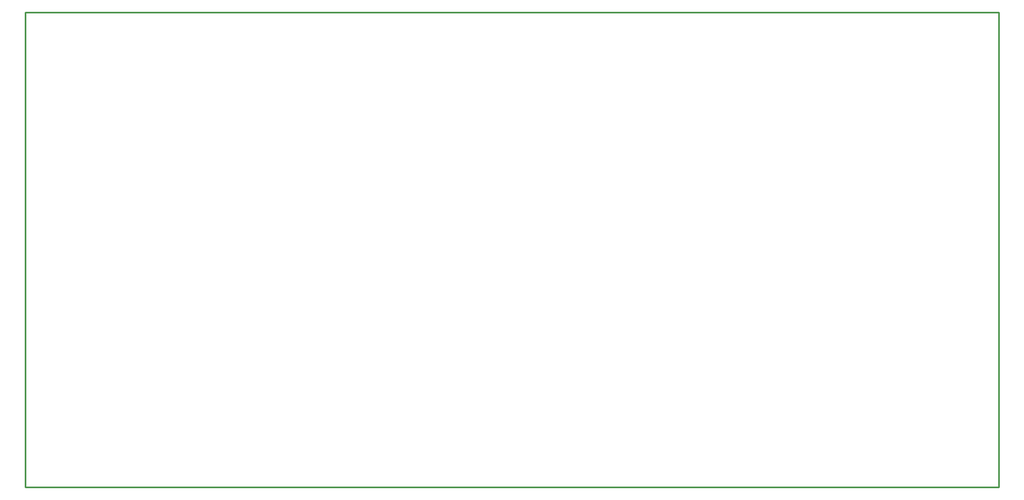
<source format=gbr>
G04 EAGLE Gerber RS-274X export*
G75*
%MOMM*%
%FSLAX34Y34*%
%LPD*%
%IN*%
%IPPOS*%
%AMOC8*
5,1,8,0,0,1.08239X$1,22.5*%
G01*
%ADD10C,0.254000*%


D10*
X0Y0D02*
X1533400Y0D01*
X1533400Y749200D01*
X0Y749200D01*
X0Y0D01*
M02*

</source>
